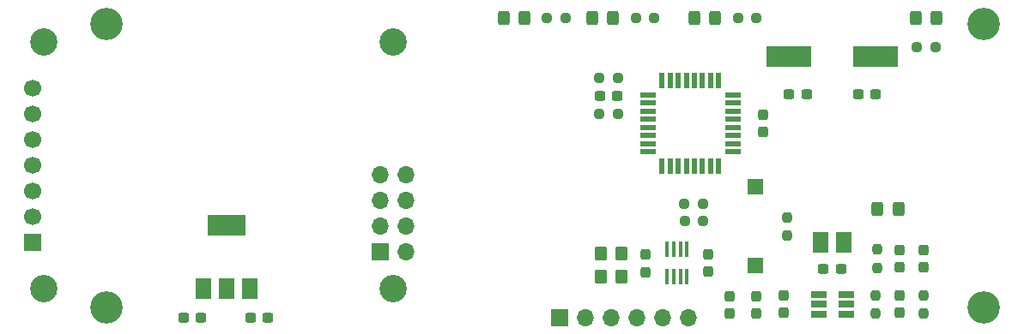
<source format=gts>
G04 #@! TF.GenerationSoftware,KiCad,Pcbnew,(6.0.9)*
G04 #@! TF.CreationDate,2022-11-14T17:51:37+01:00*
G04 #@! TF.ProjectId,HeaterMCU,48656174-6572-44d4-9355-2e6b69636164,rev?*
G04 #@! TF.SameCoordinates,Original*
G04 #@! TF.FileFunction,Soldermask,Top*
G04 #@! TF.FilePolarity,Negative*
%FSLAX46Y46*%
G04 Gerber Fmt 4.6, Leading zero omitted, Abs format (unit mm)*
G04 Created by KiCad (PCBNEW (6.0.9)) date 2022-11-14 17:51:37*
%MOMM*%
%LPD*%
G01*
G04 APERTURE LIST*
G04 Aperture macros list*
%AMRoundRect*
0 Rectangle with rounded corners*
0 $1 Rounding radius*
0 $2 $3 $4 $5 $6 $7 $8 $9 X,Y pos of 4 corners*
0 Add a 4 corners polygon primitive as box body*
4,1,4,$2,$3,$4,$5,$6,$7,$8,$9,$2,$3,0*
0 Add four circle primitives for the rounded corners*
1,1,$1+$1,$2,$3*
1,1,$1+$1,$4,$5*
1,1,$1+$1,$6,$7*
1,1,$1+$1,$8,$9*
0 Add four rect primitives between the rounded corners*
20,1,$1+$1,$2,$3,$4,$5,0*
20,1,$1+$1,$4,$5,$6,$7,0*
20,1,$1+$1,$6,$7,$8,$9,0*
20,1,$1+$1,$8,$9,$2,$3,0*%
G04 Aperture macros list end*
%ADD10RoundRect,0.237500X-0.300000X-0.237500X0.300000X-0.237500X0.300000X0.237500X-0.300000X0.237500X0*%
%ADD11R,1.500000X0.550000*%
%ADD12R,0.550000X1.500000*%
%ADD13RoundRect,0.237500X-0.237500X0.300000X-0.237500X-0.300000X0.237500X-0.300000X0.237500X0.300000X0*%
%ADD14RoundRect,0.237500X0.300000X0.237500X-0.300000X0.237500X-0.300000X-0.237500X0.300000X-0.237500X0*%
%ADD15RoundRect,0.250000X-0.325000X-0.450000X0.325000X-0.450000X0.325000X0.450000X-0.325000X0.450000X0*%
%ADD16RoundRect,0.237500X-0.237500X0.250000X-0.237500X-0.250000X0.237500X-0.250000X0.237500X0.250000X0*%
%ADD17C,3.200000*%
%ADD18RoundRect,0.237500X0.250000X0.237500X-0.250000X0.237500X-0.250000X-0.237500X0.250000X-0.237500X0*%
%ADD19RoundRect,0.250000X0.325000X0.450000X-0.325000X0.450000X-0.325000X-0.450000X0.325000X-0.450000X0*%
%ADD20C,2.700000*%
%ADD21R,1.700000X1.700000*%
%ADD22C,1.700000*%
%ADD23R,0.400000X1.560000*%
%ADD24RoundRect,0.250000X0.350000X0.450000X-0.350000X0.450000X-0.350000X-0.450000X0.350000X-0.450000X0*%
%ADD25R,1.500000X2.000000*%
%ADD26R,3.800000X2.000000*%
%ADD27RoundRect,0.237500X-0.250000X-0.237500X0.250000X-0.237500X0.250000X0.237500X-0.250000X0.237500X0*%
%ADD28RoundRect,0.237500X0.237500X-0.300000X0.237500X0.300000X-0.237500X0.300000X-0.237500X-0.300000X0*%
%ADD29R,4.500000X2.000000*%
%ADD30R,1.650000X2.000000*%
%ADD31R,1.500000X1.500000*%
%ADD32RoundRect,0.237500X0.237500X-0.250000X0.237500X0.250000X-0.237500X0.250000X-0.237500X-0.250000X0*%
%ADD33R,1.560000X0.650000*%
%ADD34O,1.700000X1.700000*%
G04 APERTURE END LIST*
D10*
X132337500Y-55400000D03*
X134062500Y-55400000D03*
D11*
X126800000Y-61100000D03*
X126800000Y-60300000D03*
X126800000Y-59500000D03*
X126800000Y-58700000D03*
X126800000Y-57900000D03*
X126800000Y-57100000D03*
X126800000Y-56300000D03*
X126800000Y-55500000D03*
D12*
X125400000Y-54100000D03*
X124600000Y-54100000D03*
X123800000Y-54100000D03*
X123000000Y-54100000D03*
X122200000Y-54100000D03*
X121400000Y-54100000D03*
X120600000Y-54100000D03*
X119800000Y-54100000D03*
D11*
X118400000Y-55500000D03*
X118400000Y-56300000D03*
X118400000Y-57100000D03*
X118400000Y-57900000D03*
X118400000Y-58700000D03*
X118400000Y-59500000D03*
X118400000Y-60300000D03*
X118400000Y-61100000D03*
D12*
X119800000Y-62500000D03*
X120600000Y-62500000D03*
X121400000Y-62500000D03*
X122200000Y-62500000D03*
X123000000Y-62500000D03*
X123800000Y-62500000D03*
X124600000Y-62500000D03*
X125400000Y-62500000D03*
D13*
X129100000Y-75375000D03*
X129100000Y-77100000D03*
X124394240Y-71237500D03*
X124394240Y-72962500D03*
D14*
X80937500Y-77500000D03*
X79212500Y-77500000D03*
D15*
X123008332Y-47885000D03*
X125058332Y-47885000D03*
D10*
X135737500Y-72700000D03*
X137462500Y-72700000D03*
D16*
X145600000Y-75287500D03*
X145600000Y-77112500D03*
D17*
X151500000Y-48500000D03*
D18*
X115437500Y-57400000D03*
X113612500Y-57400000D03*
D19*
X143125000Y-66800000D03*
X141075000Y-66800000D03*
D16*
X141000000Y-70787500D03*
X141000000Y-72612500D03*
D20*
X58862500Y-74637500D03*
X58862500Y-50237500D03*
X93262500Y-50237500D03*
X93262500Y-74637500D03*
D21*
X57762500Y-70057500D03*
D22*
X57762500Y-67517500D03*
X57762500Y-64977500D03*
X57762500Y-62437500D03*
X57762500Y-59897500D03*
X57762500Y-57357500D03*
X57762500Y-54817500D03*
D10*
X139137500Y-55400000D03*
X140862500Y-55400000D03*
D15*
X104175000Y-47885000D03*
X106225000Y-47885000D03*
D23*
X120314240Y-73450000D03*
X120964240Y-73450000D03*
X121624240Y-73450000D03*
X122274240Y-73450000D03*
X122274240Y-70750000D03*
X121624240Y-70750000D03*
X120964240Y-70750000D03*
X120314240Y-70750000D03*
D24*
X115800000Y-71200000D03*
X113800000Y-71200000D03*
X115800000Y-73500000D03*
X113800000Y-73500000D03*
D25*
X74575000Y-74650000D03*
X76875000Y-74650000D03*
D26*
X76875000Y-68350000D03*
D25*
X79175000Y-74650000D03*
D27*
X108437500Y-47885000D03*
X110262500Y-47885000D03*
D28*
X129800000Y-59162500D03*
X129800000Y-57437500D03*
D17*
X151500000Y-76500000D03*
D10*
X72612500Y-77500000D03*
X74337500Y-77500000D03*
D17*
X65000000Y-76500000D03*
D28*
X143200000Y-72562500D03*
X143200000Y-70837500D03*
D18*
X123862500Y-67925000D03*
X122037500Y-67925000D03*
D15*
X144825000Y-47885000D03*
X146875000Y-47885000D03*
D29*
X140850000Y-51700000D03*
X132350000Y-51700000D03*
D27*
X127287500Y-47885000D03*
X129112500Y-47885000D03*
D30*
X135425000Y-70100000D03*
X137775000Y-70100000D03*
D31*
X129000000Y-72400000D03*
X129000000Y-64600000D03*
D13*
X131800000Y-75337500D03*
X131800000Y-77062500D03*
D32*
X140900000Y-75287500D03*
X140900000Y-77112500D03*
D27*
X144937500Y-50750000D03*
X146762500Y-50750000D03*
X117237500Y-47885000D03*
X119062500Y-47885000D03*
D10*
X113662500Y-55600000D03*
X115387500Y-55600000D03*
D15*
X112925000Y-47885000D03*
X114975000Y-47885000D03*
D28*
X143250000Y-77062500D03*
X143250000Y-75337500D03*
D33*
X135250000Y-75250000D03*
X135250000Y-76200000D03*
X135250000Y-77150000D03*
X137950000Y-77150000D03*
X137950000Y-76200000D03*
X137950000Y-75250000D03*
D28*
X126500000Y-77100000D03*
X126500000Y-75375000D03*
X145600000Y-72562500D03*
X145600000Y-70837500D03*
X118194240Y-73012500D03*
X118194240Y-71287500D03*
D17*
X65000000Y-48500000D03*
D27*
X113612500Y-53825000D03*
X115437500Y-53825000D03*
X122012500Y-66300000D03*
X123837500Y-66300000D03*
D32*
X132175000Y-69412500D03*
X132175000Y-67587500D03*
D21*
X92000000Y-71000000D03*
D34*
X94540000Y-71000000D03*
X92000000Y-68460000D03*
X94540000Y-68460000D03*
X92000000Y-65920000D03*
X94540000Y-65920000D03*
X92000000Y-63380000D03*
X94540000Y-63380000D03*
D21*
X109718018Y-77500000D03*
D34*
X112258018Y-77500000D03*
X114798018Y-77500000D03*
X117338018Y-77500000D03*
X119878018Y-77500000D03*
X122418018Y-77500000D03*
M02*

</source>
